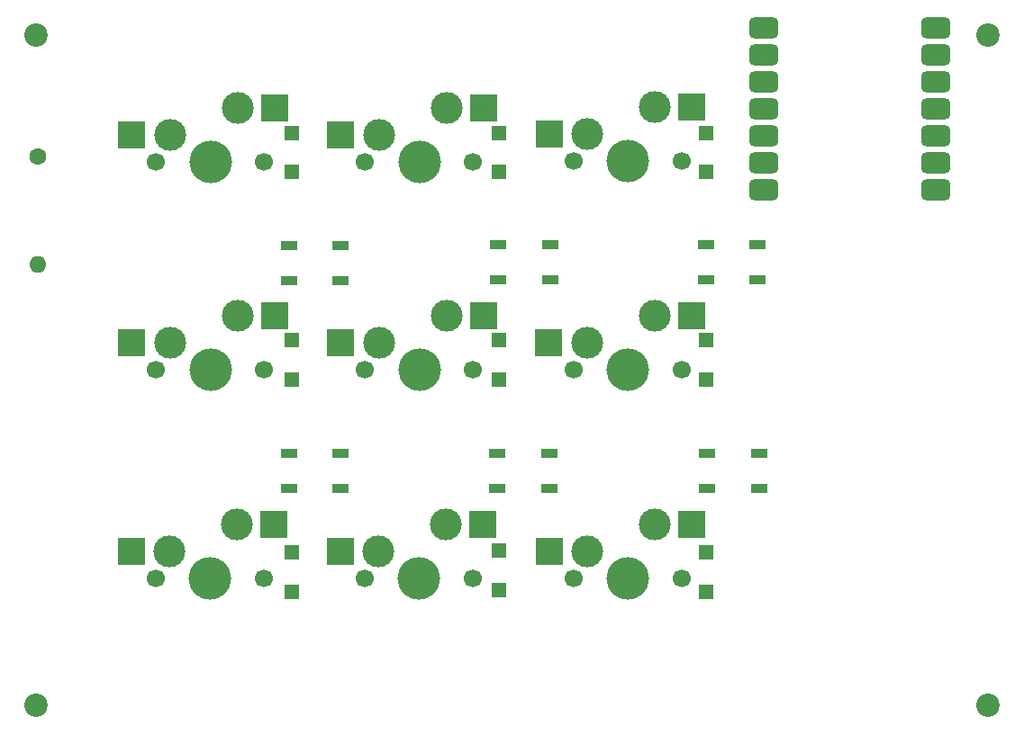
<source format=gbr>
%TF.GenerationSoftware,KiCad,Pcbnew,9.0.0*%
%TF.CreationDate,2025-06-24T12:34:56+10:00*%
%TF.ProjectId,MeowPad,4d656f77-5061-4642-9e6b-696361645f70,rev?*%
%TF.SameCoordinates,Original*%
%TF.FileFunction,Soldermask,Bot*%
%TF.FilePolarity,Negative*%
%FSLAX46Y46*%
G04 Gerber Fmt 4.6, Leading zero omitted, Abs format (unit mm)*
G04 Created by KiCad (PCBNEW 9.0.0) date 2025-06-24 12:34:56*
%MOMM*%
%LPD*%
G01*
G04 APERTURE LIST*
G04 Aperture macros list*
%AMRoundRect*
0 Rectangle with rounded corners*
0 $1 Rounding radius*
0 $2 $3 $4 $5 $6 $7 $8 $9 X,Y pos of 4 corners*
0 Add a 4 corners polygon primitive as box body*
4,1,4,$2,$3,$4,$5,$6,$7,$8,$9,$2,$3,0*
0 Add four circle primitives for the rounded corners*
1,1,$1+$1,$2,$3*
1,1,$1+$1,$4,$5*
1,1,$1+$1,$6,$7*
1,1,$1+$1,$8,$9*
0 Add four rect primitives between the rounded corners*
20,1,$1+$1,$2,$3,$4,$5,0*
20,1,$1+$1,$4,$5,$6,$7,0*
20,1,$1+$1,$6,$7,$8,$9,0*
20,1,$1+$1,$8,$9,$2,$3,0*%
G04 Aperture macros list end*
%ADD10C,1.600000*%
%ADD11O,1.600000X1.600000*%
%ADD12C,1.700000*%
%ADD13C,3.000000*%
%ADD14C,4.000000*%
%ADD15R,2.550000X2.500000*%
%ADD16C,2.200000*%
%ADD17R,1.400000X1.400000*%
%ADD18RoundRect,0.500000X0.875000X0.500000X-0.875000X0.500000X-0.875000X-0.500000X0.875000X-0.500000X0*%
%ADD19R,1.500000X0.900000*%
G04 APERTURE END LIST*
D10*
%TO.C,R1*%
X88124835Y-73166725D03*
D11*
X88124835Y-83326725D03*
%TD*%
D12*
%TO.C,S2*%
X99203000Y-73637000D03*
D13*
X100493000Y-71097000D03*
D14*
X104303000Y-73637000D03*
D13*
X106843000Y-68557000D03*
D12*
X109363000Y-73637000D03*
D15*
X96893000Y-71097000D03*
X110318000Y-68557000D03*
%TD*%
D12*
%TO.C,S12*%
X138453000Y-112867000D03*
D13*
X139743000Y-110327000D03*
D14*
X143553000Y-112867000D03*
D13*
X146093000Y-107787000D03*
D12*
X148613000Y-112867000D03*
D15*
X136143000Y-110327000D03*
X149568000Y-107787000D03*
%TD*%
D16*
%TO.C,REF\u002A\u002A*%
X177423000Y-61777000D03*
%TD*%
D12*
%TO.C,S7*%
X118843000Y-93227000D03*
D13*
X120133000Y-90687000D03*
D14*
X123943000Y-93227000D03*
D13*
X126483000Y-88147000D03*
D12*
X129003000Y-93227000D03*
D15*
X116533000Y-90687000D03*
X129958000Y-88147000D03*
%TD*%
D12*
%TO.C,S8*%
X138443000Y-93227000D03*
D13*
X139733000Y-90687000D03*
D14*
X143543000Y-93227000D03*
D13*
X146083000Y-88147000D03*
D12*
X148603000Y-93227000D03*
D15*
X136133000Y-90687000D03*
X149558000Y-88147000D03*
%TD*%
D12*
%TO.C,S3*%
X118843000Y-73637000D03*
D13*
X120133000Y-71097000D03*
D14*
X123943000Y-73637000D03*
D13*
X126483000Y-68557000D03*
D12*
X129003000Y-73637000D03*
D15*
X116533000Y-71097000D03*
X129958000Y-68557000D03*
%TD*%
D16*
%TO.C,REF\u002A\u002A*%
X87923000Y-61777000D03*
%TD*%
D12*
%TO.C,S6*%
X99213000Y-93217000D03*
D13*
X100503000Y-90677000D03*
D14*
X104313000Y-93217000D03*
D13*
X106853000Y-88137000D03*
D12*
X109373000Y-93217000D03*
D15*
X96903000Y-90677000D03*
X110328000Y-88137000D03*
%TD*%
D16*
%TO.C,REF\u002A\u002A*%
X177423000Y-124777000D03*
%TD*%
%TO.C,REF\u002A\u002A*%
X87923000Y-124777000D03*
%TD*%
D12*
%TO.C,S10*%
X99188000Y-112837000D03*
D13*
X100478000Y-110297000D03*
D14*
X104288000Y-112837000D03*
D13*
X106828000Y-107757000D03*
D12*
X109348000Y-112837000D03*
D15*
X96878000Y-110297000D03*
X110303000Y-107757000D03*
%TD*%
D12*
%TO.C,S11*%
X118813000Y-112857000D03*
D13*
X120103000Y-110317000D03*
D14*
X123913000Y-112857000D03*
D13*
X126453000Y-107777000D03*
D12*
X128973000Y-112857000D03*
D15*
X116503000Y-110317000D03*
X129928000Y-107777000D03*
%TD*%
D12*
%TO.C,S4*%
X138453000Y-73577000D03*
D13*
X139743000Y-71037000D03*
D14*
X143553000Y-73577000D03*
D13*
X146093000Y-68497000D03*
D12*
X148613000Y-73577000D03*
D15*
X136143000Y-71037000D03*
X149568000Y-68497000D03*
%TD*%
D17*
%TO.C,D3*%
X131423000Y-70927000D03*
X131423000Y-74627000D03*
%TD*%
D18*
%TO.C,M1*%
X172505500Y-61062000D03*
X172505500Y-63602000D03*
X172505500Y-66142000D03*
X172505500Y-68682000D03*
X172505500Y-71222000D03*
X172505500Y-73762000D03*
X172505500Y-76302000D03*
X156340500Y-76302000D03*
X156340500Y-73762000D03*
X156340500Y-71222000D03*
X156340500Y-68682000D03*
X156340500Y-66142000D03*
X156340500Y-63602000D03*
X156340500Y-61062000D03*
%TD*%
D17*
%TO.C,D12*%
X150923000Y-110427000D03*
X150923000Y-114127000D03*
%TD*%
D19*
%TO.C,LED6*%
X116573000Y-101127000D03*
X116573000Y-104427000D03*
X111673000Y-104427000D03*
X111673000Y-101127000D03*
%TD*%
D17*
%TO.C,D2*%
X111923000Y-70927000D03*
X111923000Y-74627000D03*
%TD*%
%TO.C,D10*%
X111923000Y-110427000D03*
X111923000Y-114127000D03*
%TD*%
D19*
%TO.C,LED1*%
X155773000Y-81427000D03*
X155773000Y-84727000D03*
X150873000Y-84727000D03*
X150873000Y-81427000D03*
%TD*%
D17*
%TO.C,D4*%
X150923000Y-70927000D03*
X150923000Y-74627000D03*
%TD*%
%TO.C,D7*%
X131423000Y-90427000D03*
X131423000Y-94127000D03*
%TD*%
D19*
%TO.C,LED3*%
X116573000Y-81527000D03*
X116573000Y-84827000D03*
X111673000Y-84827000D03*
X111673000Y-81527000D03*
%TD*%
%TO.C,LED7*%
X136173000Y-101127000D03*
X136173000Y-104427000D03*
X131273000Y-104427000D03*
X131273000Y-101127000D03*
%TD*%
D17*
%TO.C,D11*%
X131423000Y-110277000D03*
X131423000Y-113977000D03*
%TD*%
D19*
%TO.C,LED8*%
X155873000Y-101127000D03*
X155873000Y-104427000D03*
X150973000Y-104427000D03*
X150973000Y-101127000D03*
%TD*%
%TO.C,LED2*%
X136273000Y-81477000D03*
X136273000Y-84777000D03*
X131373000Y-84777000D03*
X131373000Y-81477000D03*
%TD*%
D17*
%TO.C,D8*%
X150923000Y-90427000D03*
X150923000Y-94127000D03*
%TD*%
%TO.C,D6*%
X111923000Y-90427000D03*
X111923000Y-94127000D03*
%TD*%
M02*

</source>
